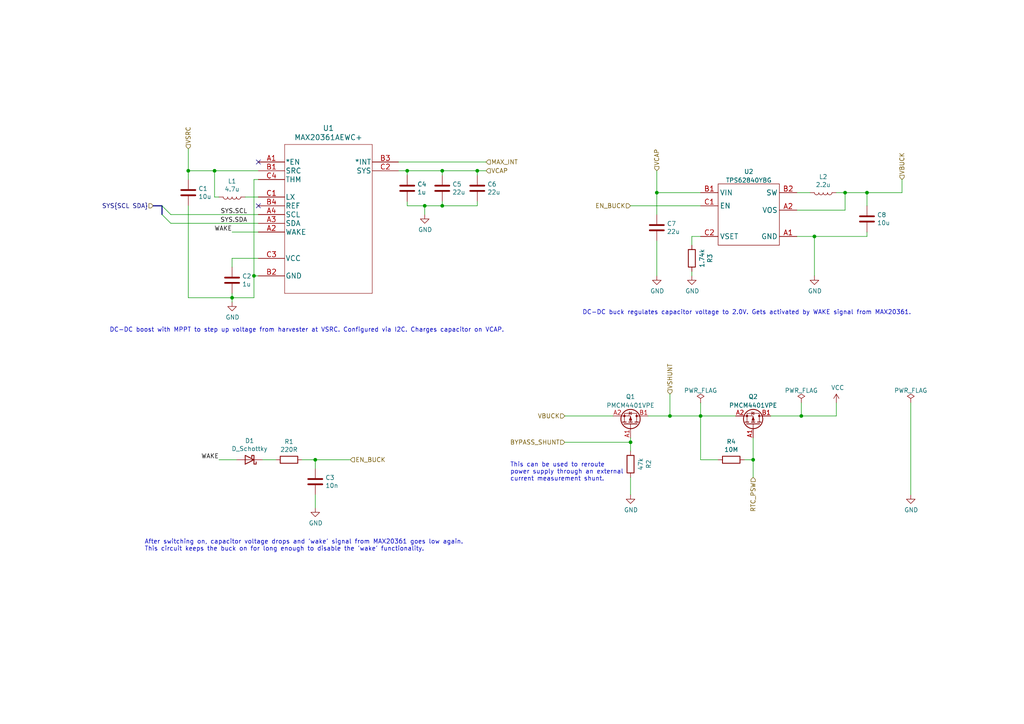
<source format=kicad_sch>
(kicad_sch (version 20231120) (generator "eeschema") (generator_version "8.0")
  (paper "A4")
  (lib_symbols
    (symbol "Voltix:C" (pin_numbers hide) (pin_names (offset 0.254))
      (property "Reference" "C" (at 0.635 2.54 0))
      (property "Value" "C" (at 0.635 -2.54 0))
      (symbol "C_0_1"
        (polyline (pts (xy -2.032 -0.762) (xy 2.032 -0.762)) (stroke (width 0.508)))
        (polyline (pts (xy -2.032 0.762) (xy 2.032 0.762)) (stroke (width 0.508)))
      )
      (symbol "C_1_1"
        (pin passive line (at 0 3.81 270) (length 2.794) (name "~") (number "1"))
        (pin passive line (at 0 -3.81 90) (length 2.794) (name "~") (number "2"))
      )
    )
    (symbol "Voltix:D_Schottky" (pin_numbers hide) (pin_names (offset 1.016) hide)
      (property "Reference" "D" (at 0 2.54 0))
      (property "Value" "D_Schottky" (at 0 -2.54 0))
      (symbol "D_Schottky_0_1"
        (polyline (pts (xy 1.27 0) (xy -1.27 0)))
        (polyline (pts (xy 1.27 1.27) (xy 1.27 -1.27) (xy -1.27 0) (xy 1.27 1.27)) (stroke (width 0.254)))
        (polyline (pts (xy -1.905 0.635) (xy -1.905 1.27) (xy -1.27 1.27) (xy -1.27 -1.27) (xy -0.635 -1.27) (xy -0.635 -0.635)) (stroke (width 0.254)))
      )
      (symbol "D_Schottky_1_1"
        (pin passive line (at -3.81 0 0) (length 2.54) (name "K") (number "1"))
        (pin passive line (at 3.81 0 180) (length 2.54) (name "A") (number "2"))
      )
    )
    (symbol "Voltix:GND" (power) (pin_names (offset 0))
      (property "Value" "GND" (at 0 -3.81 0))
      (symbol "GND_0_1"
        (polyline (pts (xy 0 0) (xy 0 -1.27) (xy 1.27 -1.27) (xy 0 -2.54) (xy -1.27 -1.27) (xy 0 -1.27)))
      )
      (symbol "GND_1_1"
        (pin power_in line (at 0 0 270) (length 0) hide (name "GND") (number "1"))
      )
    )
    (symbol "Voltix:L" (pin_numbers hide) (pin_names (offset 1.016) hide)
      (property "Reference" "L" (at -1.27 0 90))
      (property "Value" "L" (at 1.905 0 90))
      (symbol "L_0_1"
        (arc (start 0 -2.54) (mid 0.6323 -1.905) (end 0 -1.27))
        (arc (start 0 -1.27) (mid 0.6323 -0.635) (end 0 0))
        (arc (start 0 0) (mid 0.6323 0.635) (end 0 1.27))
        (arc (start 0 1.27) (mid 0.6323 1.905) (end 0 2.54))
      )
      (symbol "L_1_1"
        (pin passive line (at 0 3.81 270) (length 1.27) (name "1") (number "1"))
        (pin passive line (at 0 -3.81 90) (length 1.27) (name "2") (number "2"))
      )
    )
    (symbol "Voltix:MAX20361AEWC+" (pin_names (offset 0.254))
      (property "Reference" "U" (at 0 24.13 0))
      (property "Value" "MAX20361AEWC+" (at 0 21.59 0))
      (symbol "MAX20361AEWC+_1_1"
        (polyline (pts (xy -12.7 -24.13) (xy 12.7 -24.13)) (stroke (width 0.127)))
        (polyline (pts (xy -12.7 19.05) (xy -12.7 -24.13)) (stroke (width 0.127)))
        (polyline (pts (xy 12.7 -24.13) (xy 12.7 19.05)) (stroke (width 0.127)))
        (polyline (pts (xy 12.7 19.05) (xy -12.7 19.05)) (stroke (width 0.127)))
        (pin input line (at -20.32 13.97 0) (length 7.62) (name "*EN") (number "A1"))
        (pin output line (at -20.32 -6.35 0) (length 7.62) (name "WAKE") (number "A2"))
        (pin bidirectional line (at -20.32 -3.81 0) (length 7.62) (name "SDA") (number "A3"))
        (pin input line (at -20.32 -1.27 0) (length 7.62) (name "SCL") (number "A4"))
        (pin input line (at -20.32 11.43 0) (length 7.62) (name "SRC") (number "B1"))
        (pin power_in line (at -20.32 -19.05 0) (length 7.62) (name "GND") (number "B2"))
        (pin output line (at 20.32 13.97 180) (length 7.62) (name "*INT") (number "B3"))
        (pin passive line (at -20.32 1.27 0) (length 7.62) (name "REF") (number "B4"))
        (pin passive line (at -20.32 3.81 0) (length 7.62) (name "LX") (number "C1"))
        (pin power_out line (at 20.32 11.43 180) (length 7.62) (name "SYS") (number "C2"))
        (pin passive line (at -20.32 -13.97 0) (length 7.62) (name "VCC") (number "C3"))
        (pin input line (at -20.32 8.89 0) (length 7.62) (name "THM") (number "C4"))
      )
    )
    (symbol "Voltix:PMCM4401VPE" (pin_names (offset 0) hide)
      (property "Reference" "Q" (at 5.08 1.27 0))
      (property "Value" "PMCM4401VPE" (at 5.08 -1.27 0))
      (symbol "PMCM4401VPE_0_1"
        (polyline (pts (xy 0.254 0) (xy -1.27 0)))
        (polyline (pts (xy 0.254 1.905) (xy 0.254 -1.905)) (stroke (width 0.254)))
        (polyline (pts (xy 0.762 -1.27) (xy 0.762 -2.286)) (stroke (width 0.254)))
        (polyline (pts (xy 0.762 0.508) (xy 0.762 -0.508)) (stroke (width 0.254)))
        (polyline (pts (xy 0.762 2.286) (xy 0.762 1.27)) (stroke (width 0.254)))
        (polyline (pts (xy 2.54 2.54) (xy 2.54 1.778)))
        (polyline (pts (xy 2.54 -2.54) (xy 2.54 0) (xy 0.762 0)))
        (polyline (pts (xy 0.762 1.778) (xy 3.302 1.778) (xy 3.302 -1.778) (xy 0.762 -1.778)))
        (polyline (pts (xy 2.286 0) (xy 1.27 0.381) (xy 1.27 -0.381) (xy 2.286 0)) (fill (type outline)))
        (polyline (pts (xy 2.794 -0.508) (xy 2.921 -0.381) (xy 3.683 -0.381) (xy 3.81 -0.254)))
        (polyline (pts (xy 3.302 -0.381) (xy 2.921 0.254) (xy 3.683 0.254) (xy 3.302 -0.381)))
        (circle (center 1.651 0) (radius 2.794) (stroke (width 0.254)))
        (circle (center 2.54 -1.778) (radius 0.254) (fill (type outline)))
        (circle (center 2.54 1.778) (radius 0.254) (fill (type outline)))
      )
      (symbol "PMCM4401VPE_1_1"
        (pin input line (at -3.81 0 0) (length 2.54) (name "G") (number "A1"))
        (pin passive line (at 2.54 -5.08 90) (length 2.54) (name "S") (number "A2"))
        (pin passive line (at 2.54 5.08 270) (length 2.54) (name "D") (number "B1"))
      )
    )
    (symbol "Voltix:R" (pin_numbers hide) (pin_names (offset 0))
      (property "Reference" "R" (at 2.032 0 90))
      (property "Value" "R" (at 0 0 90))
      (symbol "R_0_1"
        (rectangle (start -1.016 -2.54) (end 1.016 2.54) (stroke (width 0.254)))
      )
      (symbol "R_1_1"
        (pin passive line (at 0 3.81 270) (length 1.27) (name "~") (number "1"))
        (pin passive line (at 0 -3.81 90) (length 1.27) (name "~") (number "2"))
      )
    )
    (symbol "Voltix:TPS62840YBG"
      (property "Reference" "U" (at 0 -11.43 0))
      (property "Value" "TPS62840YBG" (at 0 -13.97 0))
      (symbol "TPS62840YBG_0_1"
        (rectangle (start -8.89 8.89) (end 8.89 -8.89))
      )
      (symbol "TPS62840YBG_1_1"
        (pin power_in line (at 13.97 -6.35 180) (length 5.08) (name "GND") (number "A1"))
        (pin input line (at 13.97 1.27 180) (length 5.08) (name "VOS") (number "A2"))
        (pin power_in line (at -13.97 6.35 0) (length 5.08) (name "VIN") (number "B1"))
        (pin power_out line (at 13.97 6.35 180) (length 5.08) (name "SW") (number "B2"))
        (pin input line (at -13.97 2.54 0) (length 5.08) (name "EN") (number "C1"))
        (pin input line (at -13.97 -6.35 0) (length 5.08) (name "VSET") (number "C2"))
      )
    )
    (symbol "Voltix:VCC" (power) (pin_names (offset 0))
      (property "Value" "VCC" (at 0 3.81 0))
      (symbol "VCC_0_1"
        (polyline (pts (xy -0.762 1.27) (xy 0 2.54)))
        (polyline (pts (xy 0 0) (xy 0 2.54)))
        (polyline (pts (xy 0 2.54) (xy 0.762 1.27)))
      )
      (symbol "VCC_1_1"
        (pin power_in line (at 0 0 90) (length 0) hide (name "VCC") (number "1"))
      )
    )
    (symbol "power:PWR_FLAG" (power) (pin_numbers hide) (pin_names (offset 0) hide)
      (property "Value" "PWR_FLAG" (at 0 3.81 0))
      (symbol "PWR_FLAG_0_0"
        (pin power_out line (at 0 0 90) (length 0) (name "~") (number "1"))
      )
      (symbol "PWR_FLAG_0_1"
        (polyline (pts (xy 0 0) (xy 0 1.27) (xy -1.016 1.905) (xy 0 2.54) (xy 1.016 1.905) (xy 0 1.27)))
      )
    )
  )
  (junction (at 118.11 49.53))
  (junction (at 236.22 68.58))
  (junction (at 91.44 133.35))
  (junction (at 194.31 120.65))
  (junction (at 128.27 49.53))
  (junction (at 67.31 86.36))
  (junction (at 218.44 133.35))
  (junction (at 54.61 49.53))
  (junction (at 190.5 55.88))
  (junction (at 62.23 49.53))
  (junction (at 245.11 55.88))
  (junction (at 123.19 59.69))
  (junction (at 73.66 80.01))
  (junction (at 232.41 120.65))
  (junction (at 182.88 128.27))
  (junction (at 138.43 49.53))
  (junction (at 128.27 59.69))
  (junction (at 251.46 55.88))
  (junction (at 203.2 120.65))
  (no_connect (at 74.93 59.69))
  (no_connect (at 74.93 46.99))
  (bus_entry (at 46.99 62.23) (size 2.54 2.54))
  (bus_entry (at 46.99 59.69) (size 2.54 2.54))
  (wire (pts (xy 251.46 55.88) (xy 261.62 55.88)))
  (wire (pts (xy 200.66 68.58) (xy 203.2 68.58)))
  (wire (pts (xy 63.5 133.35) (xy 68.58 133.35)))
  (wire (pts (xy 182.88 128.27) (xy 182.88 130.81)))
  (bus (pts (xy 44.45 59.69) (xy 46.99 59.69)))
  (wire (pts (xy 187.96 120.65) (xy 194.31 120.65)))
  (wire (pts (xy 182.88 138.43) (xy 182.88 143.51)))
  (wire (pts (xy 118.11 49.53) (xy 128.27 49.53)))
  (wire (pts (xy 67.31 67.31) (xy 74.93 67.31)))
  (wire (pts (xy 128.27 49.53) (xy 138.43 49.53)))
  (wire (pts (xy 67.31 74.93) (xy 74.93 74.93)))
  (wire (pts (xy 49.53 62.23) (xy 74.93 62.23)))
  (wire (pts (xy 251.46 59.69) (xy 251.46 55.88)))
  (wire (pts (xy 232.41 116.84) (xy 232.41 120.65)))
  (wire (pts (xy 182.88 59.69) (xy 203.2 59.69)))
  (wire (pts (xy 62.23 57.15) (xy 63.5 57.15)))
  (wire (pts (xy 49.53 64.77) (xy 74.93 64.77)))
  (wire (pts (xy 251.46 68.58) (xy 236.22 68.58)))
  (wire (pts (xy 223.52 120.65) (xy 232.41 120.65)))
  (wire (pts (xy 54.61 52.07) (xy 54.61 49.53)))
  (wire (pts (xy 236.22 68.58) (xy 236.22 80.01)))
  (wire (pts (xy 91.44 147.32) (xy 91.44 143.51)))
  (wire (pts (xy 231.14 55.88) (xy 234.95 55.88)))
  (wire (pts (xy 261.62 55.88) (xy 261.62 52.07)))
  (wire (pts (xy 251.46 55.88) (xy 245.11 55.88)))
  (wire (pts (xy 128.27 59.69) (xy 123.19 59.69)))
  (wire (pts (xy 73.66 86.36) (xy 67.31 86.36)))
  (wire (pts (xy 231.14 60.96) (xy 245.11 60.96)))
  (wire (pts (xy 138.43 58.42) (xy 138.43 59.69)))
  (wire (pts (xy 236.22 68.58) (xy 231.14 68.58)))
  (wire (pts (xy 91.44 133.35) (xy 101.6 133.35)))
  (wire (pts (xy 203.2 120.65) (xy 213.36 120.65)))
  (wire (pts (xy 62.23 49.53) (xy 62.23 57.15)))
  (wire (pts (xy 138.43 59.69) (xy 128.27 59.69)))
  (wire (pts (xy 73.66 80.01) (xy 73.66 86.36)))
  (wire (pts (xy 73.66 52.07) (xy 73.66 80.01)))
  (wire (pts (xy 128.27 58.42) (xy 128.27 59.69)))
  (wire (pts (xy 242.57 116.84) (xy 242.57 120.65)))
  (wire (pts (xy 194.31 120.65) (xy 203.2 120.65)))
  (wire (pts (xy 190.5 55.88) (xy 203.2 55.88)))
  (wire (pts (xy 163.83 120.65) (xy 177.8 120.65)))
  (wire (pts (xy 76.2 133.35) (xy 80.01 133.35)))
  (wire (pts (xy 138.43 49.53) (xy 138.43 50.8)))
  (wire (pts (xy 138.43 49.53) (xy 140.97 49.53)))
  (wire (pts (xy 200.66 71.12) (xy 200.66 68.58)))
  (wire (pts (xy 182.88 127) (xy 182.88 128.27)))
  (wire (pts (xy 163.83 128.27) (xy 182.88 128.27)))
  (wire (pts (xy 200.66 78.74) (xy 200.66 80.01)))
  (wire (pts (xy 74.93 52.07) (xy 73.66 52.07)))
  (bus (pts (xy 46.99 59.69) (xy 46.99 62.23)))
  (wire (pts (xy 264.16 116.84) (xy 264.16 143.51)))
  (wire (pts (xy 118.11 59.69) (xy 118.11 58.42)))
  (wire (pts (xy 91.44 135.89) (xy 91.44 133.35)))
  (wire (pts (xy 54.61 49.53) (xy 62.23 49.53)))
  (wire (pts (xy 74.93 57.15) (xy 71.12 57.15)))
  (wire (pts (xy 251.46 67.31) (xy 251.46 68.58)))
  (wire (pts (xy 190.5 62.23) (xy 190.5 55.88)))
  (wire (pts (xy 128.27 49.53) (xy 128.27 50.8)))
  (wire (pts (xy 245.11 60.96) (xy 245.11 55.88)))
  (wire (pts (xy 203.2 133.35) (xy 208.28 133.35)))
  (wire (pts (xy 54.61 59.69) (xy 54.61 86.36)))
  (wire (pts (xy 74.93 49.53) (xy 62.23 49.53)))
  (wire (pts (xy 67.31 77.47) (xy 67.31 74.93)))
  (wire (pts (xy 203.2 120.65) (xy 203.2 133.35)))
  (wire (pts (xy 190.5 55.88) (xy 190.5 49.53)))
  (wire (pts (xy 203.2 116.84) (xy 203.2 120.65)))
  (wire (pts (xy 118.11 50.8) (xy 118.11 49.53)))
  (wire (pts (xy 190.5 69.85) (xy 190.5 80.01)))
  (wire (pts (xy 194.31 114.3) (xy 194.31 120.65)))
  (wire (pts (xy 245.11 55.88) (xy 242.57 55.88)))
  (wire (pts (xy 54.61 49.53) (xy 54.61 43.18)))
  (wire (pts (xy 67.31 86.36) (xy 67.31 85.09)))
  (wire (pts (xy 215.9 133.35) (xy 218.44 133.35)))
  (wire (pts (xy 87.63 133.35) (xy 91.44 133.35)))
  (wire (pts (xy 54.61 86.36) (xy 67.31 86.36)))
  (wire (pts (xy 218.44 133.35) (xy 218.44 138.43)))
  (wire (pts (xy 218.44 127) (xy 218.44 133.35)))
  (wire (pts (xy 123.19 59.69) (xy 118.11 59.69)))
  (wire (pts (xy 115.57 46.99) (xy 140.97 46.99)))
  (wire (pts (xy 67.31 87.63) (xy 67.31 86.36)))
  (wire (pts (xy 123.19 62.23) (xy 123.19 59.69)))
  (wire (pts (xy 232.41 120.65) (xy 242.57 120.65)))
  (wire (pts (xy 115.57 49.53) (xy 118.11 49.53)))
  (wire (pts (xy 74.93 80.01) (xy 73.66 80.01)))
  (text "After switching on, capacitor voltage drops and 'wake' signal from MAX20361 goes low again.\nThis circuit keeps the buck on for long enough to disable the 'wake' functionality." (at 41.91 160.02 0) (effects (font (size 1.27 1.27)) (justify left bottom)))
  (text "This can be used to reroute\npower supply through an external\ncurrent measurement shunt." (at 147.955 139.7 0) (effects (font (size 1.27 1.27)) (justify left bottom)))
  (text "DC-DC boost with MPPT to step up voltage from harvester at VSRC. Configured via I2C. Charges capacitor on VCAP." (at 31.75 96.52 0) (effects (font (size 1.27 1.27)) (justify left bottom)))
  (text "DC-DC buck regulates capacitor voltage to 2.0V. Gets activated by WAKE signal from MAX20361." (at 168.91 91.44 0) (effects (font (size 1.27 1.27)) (justify left bottom)))
  (label "SYS.SCL" (at 71.755 62.23 180))
  (label "WAKE" (at 63.5 133.35 180))
  (label "WAKE" (at 67.31 67.31 180))
  (label "SYS.SDA" (at 71.755 64.77 180))
  (hierarchical_label "VCAP" (shape input) (at 190.5 49.53 90))
  (hierarchical_label "VBUCK" (shape input) (at 261.62 52.07 90))
  (hierarchical_label "EN_BUCK" (shape input) (at 182.88 59.69 180))
  (hierarchical_label "VBUCK" (shape input) (at 163.83 120.65 180))
  (hierarchical_label "MAX_INT" (shape input) (at 140.97 46.99 0))
  (hierarchical_label "RTC_PSW" (shape input) (at 218.44 138.43 270))
  (hierarchical_label "EN_BUCK" (shape input) (at 101.6 133.35 0))
  (hierarchical_label "SYS{SCL SDA}" (shape input) (at 44.45 59.69 180))
  (hierarchical_label "BYPASS_SHUNT" (shape input) (at 163.83 128.27 180))
  (hierarchical_label "VSHUNT" (shape input) (at 194.31 114.3 90))
  (hierarchical_label "VSRC" (shape input) (at 54.61 43.18 90))
  (hierarchical_label "VCAP" (shape input) (at 140.97 49.53 0))
  (symbol (lib_id "Voltix:PMCM4401VPE") (at 218.44 123.19 270) (mirror x) (unit 1)
    (property "Reference" "Q2" (at 218.44 115.0452 90))
    (property "Value" "PMCM4401VPE" (at 218.44 117.5821 90))
    (property "Footprint" "Voltix:NXP_WLCSP4" (effects (hide yes)))
    (property "Datasheet" "https://assets.nexperia.com/documents/data-sheet/PMCM4401VPE.pdf" (effects (hide yes)))
    (property "Description" "MOSFET P-CH 12V 3.9A 4WLCSP" (effects (hide yes)))
    (property "MPN" "PMCM4401VPEZ" (effects (hide yes)))
  )
  (symbol (lib_id "Voltix:C") (at 128.27 54.61 0) (unit 1)
    (property "Reference" "C5" (at 131.191 53.4416 0) (effects (justify left)))
    (property "Value" "22u" (at 131.191 55.753 0) (effects (justify left)))
    (property "Footprint" "Voltix:C_0402_1005Metric" (effects (hide yes)))
    (property "Description" "CAP CER 22UF 10V X5R 0402" (effects (hide yes)))
    (property "MPN" "GRM158R61A226ME15D" (effects (hide yes)))
  )
  (symbol (lib_id "Voltix:C") (at 67.31 81.28 0) (unit 1)
    (property "Reference" "C2" (at 70.231 80.1116 0) (effects (justify left)))
    (property "Value" "1u" (at 70.231 82.423 0) (effects (justify left)))
    (property "Footprint" "Voltix:C_0201_0603Metric" (effects (hide yes)))
    (property "Description" "CAP CER 1UF 16V X5R 0201" (effects (hide yes)))
    (property "MPN" "GRM033R61C105ME15D" (effects (hide yes)))
  )
  (symbol (lib_id "Voltix:GND") (at 190.5 80.01 0) (unit 1)
    (property "Reference" "#PWR05" (effects (hide yes)))
    (property "Value" "GND" (at 190.627 84.4042 0))
  )
  (symbol (lib_id "power:PWR_FLAG") (at 203.2 116.84 0) (unit 1)
    (property "Reference" "#FLG01" (effects (hide yes)))
    (property "Value" "PWR_FLAG" (at 203.2 113.2642 0))
    (property "Description" "Special symbol for telling ERC where power comes from" (effects (hide yes)))
  )
  (symbol (lib_id "Voltix:R") (at 212.09 133.35 270) (unit 1)
    (property "Reference" "R4" (at 212.09 128.0922 90))
    (property "Value" "10M" (at 212.09 130.4036 90))
    (property "Footprint" "Voltix:R_0201_0603Metric" (effects (hide yes)))
    (property "Description" "RES 10M OHM 1% 1/20W 0201" (effects (hide yes)))
    (property "MPN" "RC0201FR-0710ML" (effects (hide yes)))
  )
  (symbol (lib_id "power:PWR_FLAG") (at 232.41 116.84 0) (unit 1)
    (property "Reference" "#FLG02" (effects (hide yes)))
    (property "Value" "PWR_FLAG" (at 232.41 113.2642 0))
    (property "Description" "Special symbol for telling ERC where power comes from" (effects (hide yes)))
  )
  (symbol (lib_id "Voltix:C") (at 138.43 54.61 0) (unit 1)
    (property "Reference" "C6" (at 141.351 53.4416 0) (effects (justify left)))
    (property "Value" "22u" (at 141.351 55.753 0) (effects (justify left)))
    (property "Footprint" "Voltix:C_0402_1005Metric" (effects (hide yes)))
    (property "Description" "CAP CER 22UF 10V X5R 0402" (effects (hide yes)))
    (property "MPN" "GRM158R61A226ME15D" (effects (hide yes)))
  )
  (symbol (lib_id "Voltix:C") (at 54.61 55.88 0) (unit 1)
    (property "Reference" "C1" (at 57.531 54.7116 0) (effects (justify left)))
    (property "Value" "10u" (at 57.531 57.023 0) (effects (justify left)))
    (property "Footprint" "Voltix:C_0402_1005Metric" (effects (hide yes)))
    (property "Description" "CAP CER 10UF 10V X5R 0402" (effects (hide yes)))
    (property "MPN" "GRM155R61A106ME11D" (effects (hide yes)))
  )
  (symbol (lib_id "Voltix:GND") (at 182.88 143.51 0) (unit 1)
    (property "Reference" "#PWR04" (effects (hide yes)))
    (property "Value" "GND" (at 183.007 147.9042 0))
  )
  (symbol (lib_id "Voltix:GND") (at 91.44 147.32 0) (unit 1)
    (property "Reference" "#PWR02" (effects (hide yes)))
    (property "Value" "GND" (at 91.567 151.7142 0))
  )
  (symbol (lib_id "Voltix:GND") (at 200.66 80.01 0) (unit 1)
    (property "Reference" "#PWR06" (effects (hide yes)))
    (property "Value" "GND" (at 200.787 84.4042 0))
  )
  (symbol (lib_id "Voltix:C") (at 190.5 66.04 0) (unit 1)
    (property "Reference" "C7" (at 193.421 64.8716 0) (effects (justify left)))
    (property "Value" "22u" (at 193.421 67.183 0) (effects (justify left)))
    (property "Footprint" "Voltix:C_0402_1005Metric" (effects (hide yes)))
    (property "Description" "CAP CER 22UF 10V X5R 0402" (effects (hide yes)))
    (property "MPN" "GRM158R61A226ME15D" (effects (hide yes)))
  )
  (symbol (lib_id "Voltix:PMCM4401VPE") (at 182.88 123.19 270) (mirror x) (unit 1)
    (property "Reference" "Q1" (at 182.88 115.0452 90))
    (property "Value" "PMCM4401VPE" (at 182.88 117.5821 90))
    (property "Footprint" "Voltix:NXP_WLCSP4" (effects (hide yes)))
    (property "Datasheet" "https://assets.nexperia.com/documents/data-sheet/PMCM4401VPE.pdf" (effects (hide yes)))
    (property "Description" "MOSFET P-CH 12V 3.9A 4WLCSP" (effects (hide yes)))
    (property "MPN" "PMCM4401VPEZ" (effects (hide yes)))
  )
  (symbol (lib_id "Voltix:R") (at 200.66 74.93 180) (unit 1)
    (property "Reference" "R3" (at 205.9178 74.93 90))
    (property "Value" "1.74k" (at 203.6064 74.93 90))
    (property "Footprint" "Voltix:R_0201_0603Metric" (effects (hide yes)))
    (property "Description" "RES 1.74K OHM 1% 1/20W 0201" (effects (hide yes)))
    (property "MPN" "RC0201FR-071K74L" (effects (hide yes)))
  )
  (symbol (lib_id "Voltix:C") (at 91.44 139.7 0) (unit 1)
    (property "Reference" "C3" (at 94.361 138.5316 0) (effects (justify left)))
    (property "Value" "10n" (at 94.361 140.843 0) (effects (justify left)))
    (property "Footprint" "Voltix:C_0201_0603Metric" (effects (hide yes)))
    (property "Description" "CAP CER 10000PF 10V X5R 0201" (effects (hide yes)))
    (property "MPN" "GRM033R61A103KA01D" (effects (hide yes)))
  )
  (symbol (lib_id "Voltix:C") (at 251.46 63.5 0) (unit 1)
    (property "Reference" "C8" (at 254.381 62.3316 0) (effects (justify left)))
    (property "Value" "10u" (at 254.381 64.643 0) (effects (justify left)))
    (property "Footprint" "Voltix:C_0402_1005Metric" (effects (hide yes)))
    (property "Description" "CAP CER 10UF 10V X5R 0402" (effects (hide yes)))
    (property "MPN" "GRM155R61A106ME11D" (effects (hide yes)))
  )
  (symbol (lib_id "Voltix:R") (at 182.88 134.62 180) (unit 1)
    (property "Reference" "R2" (at 188.1378 134.62 90))
    (property "Value" "47k" (at 185.8264 134.62 90))
    (property "Footprint" "Voltix:R_0201_0603Metric" (effects (hide yes)))
    (property "Description" "RES 47K OHM 1% 1/20W 0201" (effects (hide yes)))
    (property "MPN" "RC0201FR-0747KL" (effects (hide yes)))
  )
  (symbol (lib_id "Voltix:TPS62840YBG") (at 217.17 62.23 0) (unit 1)
    (property "Reference" "U2" (at 217.17 49.7672 0))
    (property "Value" "TPS62840YBG" (at 217.17 52.3041 0))
    (property "Footprint" "Voltix:TI_YBG6" (effects (hide yes)))
    (property "Description" "DC/DC buck" (effects (hide yes)))
    (property "MPN" "TPS62840YBG" (effects (hide yes)))
  )
  (symbol (lib_id "Voltix:D_Schottky") (at 72.39 133.35 180) (unit 1)
    (property "Reference" "D1" (at 72.39 127.8382 0))
    (property "Value" "D_Schottky" (at 72.39 130.1496 0))
    (property "Footprint" "Voltix:D_0402_1005Metric" (effects (hide yes)))
    (property "Description" "DIODE SCHOTTKY 30V 100MA 0402" (effects (hide yes)))
    (property "MPN" "CDBQR0130R" (effects (hide yes)))
  )
  (symbol (lib_id "Voltix:GND") (at 236.22 80.01 0) (unit 1)
    (property "Reference" "#PWR07" (effects (hide yes)))
    (property "Value" "GND" (at 236.347 84.4042 0))
  )
  (symbol (lib_id "Voltix:L") (at 238.76 55.88 270) (unit 1)
    (property "Reference" "L2" (at 238.76 51.2826 90))
    (property "Value" "2.2u" (at 238.76 53.594 90))
    (property "Footprint" "Voltix:L_0603_1608Metric" (effects (hide yes)))
    (property "Description" "FIXED IND 2.2UH 500MA 180MOHM SM" (effects (hide yes)))
    (property "MPN" "MLZ1608N2R2LT000" (effects (hide yes)))
  )
  (symbol (lib_id "Voltix:MAX20361AEWC+") (at 95.25 60.96 0) (unit 1)
    (property "Reference" "U1" (at 95.25 37.1602 0) (effects (font (size 1.524 1.524))))
    (property "Value" "MAX20361AEWC+" (at 95.25 39.8526 0) (effects (font (size 1.524 1.524))))
    (property "Footprint" "Voltix:MX_W121C1+2" (effects (hide yes)))
    (property "Datasheet" "https://datasheets.maximintegrated.com/en/ds/MAX20361.pdf" (effects (hide yes)))
    (property "Description" "DC/DC boost" (effects (hide yes)))
    (property "MPN" "MAX20361AEWC+" (effects (hide yes)))
  )
  (symbol (lib_id "Voltix:GND") (at 67.31 87.63 0) (unit 1)
    (property "Reference" "#PWR01" (effects (hide yes)))
    (property "Value" "GND" (at 67.437 92.0242 0))
  )
  (symbol (lib_id "Voltix:L") (at 67.31 57.15 270) (unit 1)
    (property "Reference" "L1" (at 67.31 52.5526 90))
    (property "Value" "4.7u" (at 67.31 54.864 90))
    (property "Footprint" "Voltix:L_0805_2012Metric" (effects (hide yes)))
    (property "Description" "FIXED IND 4.7UH 600MA 180MOHM SM" (effects (hide yes)))
    (property "MPN" "MLZ2012N4R7LTD25" (effects (hide yes)))
  )
  (symbol (lib_id "Voltix:GND") (at 123.19 62.23 0) (unit 1)
    (property "Reference" "#PWR03" (effects (hide yes)))
    (property "Value" "GND" (at 123.317 66.6242 0))
  )
  (symbol (lib_id "Voltix:C") (at 118.11 54.61 0) (unit 1)
    (property "Reference" "C4" (at 121.031 53.4416 0) (effects (justify left)))
    (property "Value" "1u" (at 121.031 55.753 0) (effects (justify left)))
    (property "Footprint" "Voltix:C_0201_0603Metric" (effects (hide yes)))
    (property "Description" "CAP CER 1UF 16V X5R 0201" (effects (hide yes)))
    (property "MPN" "GRM033R61C105ME15D" (effects (hide yes)))
  )
  (symbol (lib_id "Voltix:R") (at 83.82 133.35 270) (unit 1)
    (property "Reference" "R1" (at 83.82 128.0922 90))
    (property "Value" "220R" (at 83.82 130.4036 90))
    (property "Footprint" "Voltix:R_0201_0603Metric" (effects (hide yes)))
    (property "Description" "RES 220 OHM 1% 1/20W 0201" (effects (hide yes)))
    (property "MPN" "RC0201FR-07220RL" (effects (hide yes)))
  )
  (symbol (lib_id "Voltix:VCC") (at 242.57 116.84 0) (unit 1)
    (property "Reference" "#PWR08" (effects (hide yes)))
    (property "Value" "VCC" (at 242.951 112.4458 0))
  )
  (symbol (lib_id "Voltix:GND") (at 264.16 143.51 0) (unit 1)
    (property "Reference" "#PWR09" (effects (hide yes)))
    (property "Value" "GND" (at 264.287 147.9042 0))
  )
  (symbol (lib_id "power:PWR_FLAG") (at 264.16 116.84 0) (unit 1)
    (property "Reference" "#FLG03" (effects (hide yes)))
    (property "Value" "PWR_FLAG" (at 264.16 113.2642 0))
    (property "Description" "Special symbol for telling ERC where power comes from" (effects (hide yes)))
  )
)
</source>
